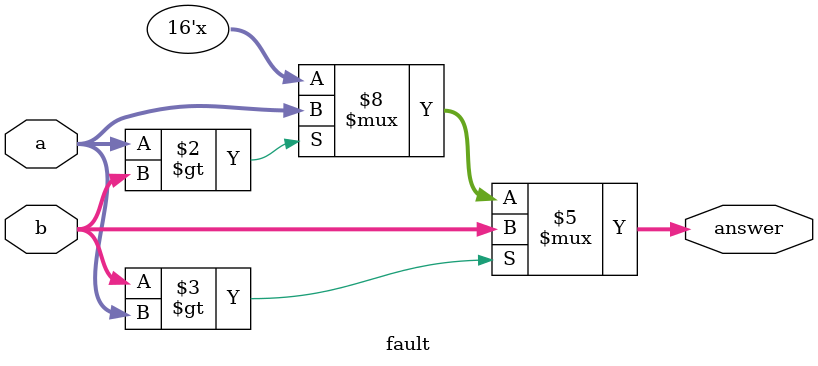
<source format=v>
/* ACM Class System (I) 2017 Fall Homework 1 
 *
 * PART II: Correct the following program
 * 
 * GUIDE:
 *   1. Create a RTL project in Vivado
 *   2. Put this file into `Simulation Sources'
 *   3. Run Behavioral Simulation
 *   4. You can see the results in `Tcl console'
 *
 */

module testfault;
	reg[15:0] a,b;
	wire[15:0] answer;
	fault f(a,b,answer);
	initial begin
		a = 10;
		b = 20;
		
		#1;
		if(answer != 20) begin
			$display("Expected 20, got %d", answer);
			$fatal("Wrong Answer");
		end
		
		#1;
		
		a = 40;
		b = 30;
		
		#1;
		
		if(answer != 40) begin
			$display("Expected 40, got %d", answer);
			$fatal("Wrong Answer");
		end
		
		$display("Congratulations! 		$finish;You have passed this test.");
	end
endmodule

module fault(a,b,answer);
	input wire[15:0] a,b;
	output reg[15:0] answer;
	always @(1) begin
	   if (a > b) answer = a;
	   if (b > a) answer = b;
	   end
endmodule
</source>
